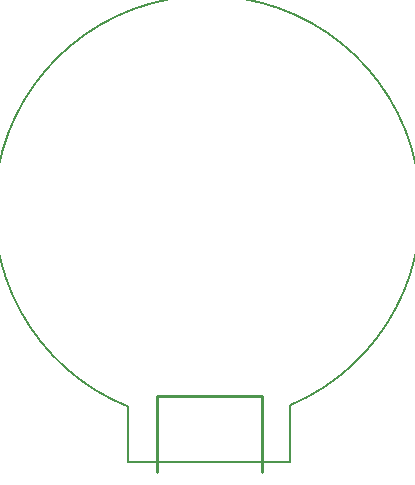
<source format=gko>
G04 Layer: BoardOutlineLayer*
G04 EasyEDA v6.4.31, 2022-02-15 11:42:09*
G04 cf861d6554b0406c859822548a314204,c17a8ced473b4d519dda31697e0e54b6,10*
G04 Gerber Generator version 0.2*
G04 Scale: 100 percent, Rotated: No, Reflected: No *
G04 Dimensions in inches *
G04 leading zeros omitted , absolute positions ,3 integer and 6 decimal *
%FSLAX36Y36*%
%MOIN*%

%ADD10C,0.0083*%
%ADD11C,0.0100*%
D10*
X297299Y-595000D02*
G01*
X297299Y-780000D01*
X837299Y-780000D01*
X837299Y-590000D01*
G75*
G01*
X837300Y-590000D02*
G03*
X297300Y-595000I-276081J654229D01*
D11*
X393183Y-560113D02*
G01*
X393183Y-812698D01*
X743532Y-560709D02*
G01*
X743532Y-812698D01*
X743576Y-559974D02*
G01*
X393183Y-559974D01*

%LPD*%
M02*

</source>
